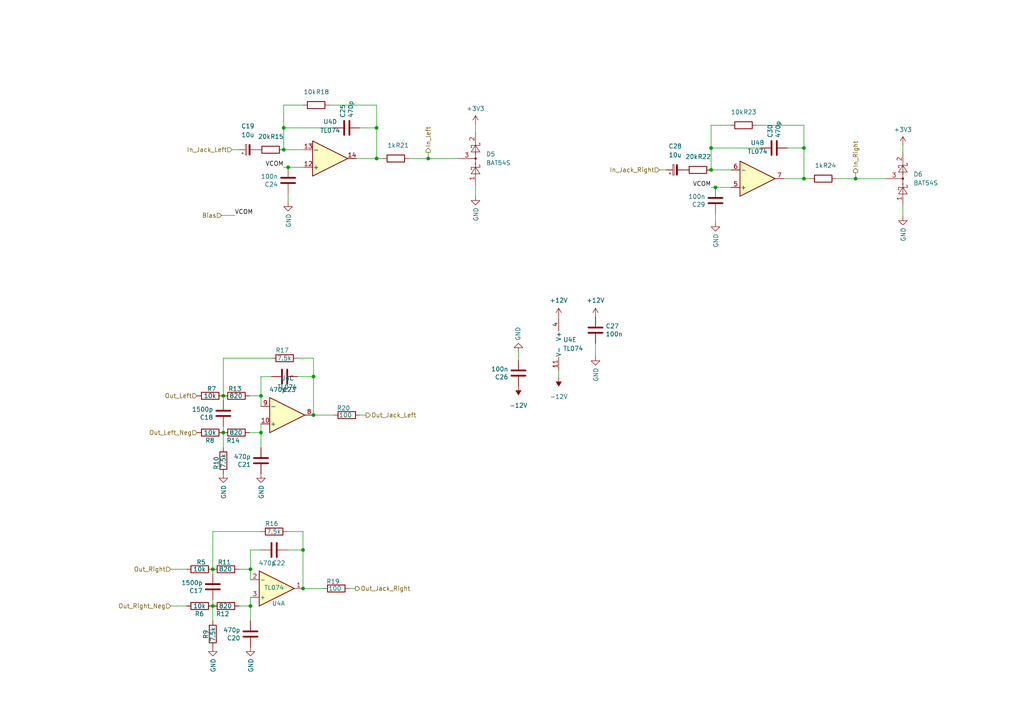
<source format=kicad_sch>
(kicad_sch (version 20211123) (generator eeschema)
  (paper "A4")
  (lib_symbols
    (symbol "Amplifier_Operational:TL074" (pin_names (offset 0.127))
      (property "Reference" "U" (at 0 5.08 0))
      (property "Value" "TL074" (at 0 -5.08 0))
      (symbol "TL074_1_1"
        (polyline (pts (xy -5.08 5.08) (xy 5.08 0) (xy -5.08 -5.08) (xy -5.08 5.08)) (stroke (width 0.254)) (fill (type background)))
        (pin output line (at 7.62 0 180) (length 2.54) (name "~") (number "1"))
        (pin input line (at -7.62 -2.54 0) (length 2.54) (name "-") (number "2"))
        (pin input line (at -7.62 2.54 0) (length 2.54) (name "+") (number "3"))
      )
      (symbol "TL074_2_1"
        (polyline (pts (xy -5.08 5.08) (xy 5.08 0) (xy -5.08 -5.08) (xy -5.08 5.08)) (stroke (width 0.254)) (fill (type background)))
        (pin input line (at -7.62 2.54 0) (length 2.54) (name "+") (number "5"))
        (pin input line (at -7.62 -2.54 0) (length 2.54) (name "-") (number "6"))
        (pin output line (at 7.62 0 180) (length 2.54) (name "~") (number "7"))
      )
      (symbol "TL074_3_1"
        (polyline (pts (xy -5.08 5.08) (xy 5.08 0) (xy -5.08 -5.08) (xy -5.08 5.08)) (stroke (width 0.254)) (fill (type background)))
        (pin input line (at -7.62 2.54 0) (length 2.54) (name "+") (number "10"))
        (pin output line (at 7.62 0 180) (length 2.54) (name "~") (number "8"))
        (pin input line (at -7.62 -2.54 0) (length 2.54) (name "-") (number "9"))
      )
      (symbol "TL074_4_1"
        (polyline (pts (xy -5.08 5.08) (xy 5.08 0) (xy -5.08 -5.08) (xy -5.08 5.08)) (stroke (width 0.254)) (fill (type background)))
        (pin input line (at -7.62 2.54 0) (length 2.54) (name "+") (number "12"))
        (pin input line (at -7.62 -2.54 0) (length 2.54) (name "-") (number "13"))
        (pin output line (at 7.62 0 180) (length 2.54) (name "~") (number "14"))
      )
      (symbol "TL074_5_1"
        (pin power_in line (at -2.54 -7.62 90) (length 3.81) (name "V-") (number "11"))
        (pin power_in line (at -2.54 7.62 270) (length 3.81) (name "V+") (number "4"))
      )
    )
    (symbol "Device:C" (pin_numbers hide) (pin_names (offset 0.254))
      (property "Reference" "C" (at 0.635 2.54 0))
      (property "Value" "C" (at 0.635 -2.54 0))
      (symbol "C_0_1"
        (polyline (pts (xy -2.032 -0.762) (xy 2.032 -0.762)) (stroke (width 0.508)))
        (polyline (pts (xy -2.032 0.762) (xy 2.032 0.762)) (stroke (width 0.508)))
      )
      (symbol "C_1_1"
        (pin passive line (at 0 3.81 270) (length 2.794) (name "~") (number "1"))
        (pin passive line (at 0 -3.81 90) (length 2.794) (name "~") (number "2"))
      )
    )
    (symbol "Device:C_Polarized_Small" (pin_numbers hide) (pin_names (offset 0.254) hide)
      (property "Reference" "C" (at 0.254 1.778 0))
      (property "Value" "C_Polarized_Small" (at 0.254 -2.032 0))
      (symbol "C_Polarized_Small_0_1"
        (rectangle (start -1.524 -0.3048) (end 1.524 -0.6858) (fill (type outline)))
        (rectangle (start -1.524 0.6858) (end 1.524 0.3048))
        (polyline (pts (xy -1.27 1.524) (xy -0.762 1.524)))
        (polyline (pts (xy -1.016 1.27) (xy -1.016 1.778)))
      )
      (symbol "C_Polarized_Small_1_1"
        (pin passive line (at 0 2.54 270) (length 1.8542) (name "~") (number "1"))
        (pin passive line (at 0 -2.54 90) (length 1.8542) (name "~") (number "2"))
      )
    )
    (symbol "Device:R" (pin_numbers hide) (pin_names (offset 0))
      (property "Reference" "R" (at 2.032 0 90))
      (property "Value" "R" (at 0 0 90))
      (symbol "R_0_1"
        (rectangle (start -1.016 -2.54) (end 1.016 2.54) (stroke (width 0.254)))
      )
      (symbol "R_1_1"
        (pin passive line (at 0 3.81 270) (length 1.27) (name "~") (number "1"))
        (pin passive line (at 0 -3.81 90) (length 1.27) (name "~") (number "2"))
      )
    )
    (symbol "Diode:BAT54S" (pin_names (offset 1.016))
      (property "Reference" "D" (at 0.635 -3.81 0))
      (property "Value" "BAT54S" (at -6.35 3.175 0))
      (symbol "BAT54S_0_1"
        (polyline (pts (xy -3.81 0) (xy -1.27 0)))
        (polyline (pts (xy -3.175 -1.27) (xy -3.175 -1.016)))
        (polyline (pts (xy -2.54 -1.27) (xy -3.175 -1.27)))
        (polyline (pts (xy -2.54 -1.27) (xy -2.54 1.27)))
        (polyline (pts (xy -2.54 1.27) (xy -1.905 1.27)))
        (polyline (pts (xy -1.905 0) (xy 1.905 0)))
        (polyline (pts (xy -1.905 1.27) (xy -1.905 1.016)))
        (polyline (pts (xy 1.27 0) (xy 3.81 0)))
        (polyline (pts (xy 3.175 -1.27) (xy 3.175 -1.016)))
        (polyline (pts (xy 3.81 -1.27) (xy 3.175 -1.27)))
        (polyline (pts (xy 3.81 -1.27) (xy 3.81 1.27)))
        (polyline (pts (xy 3.81 1.27) (xy 4.445 1.27)))
        (polyline (pts (xy 4.445 1.27) (xy 4.445 1.016)))
        (polyline (pts (xy -4.445 1.27) (xy -4.445 -1.27) (xy -2.54 0) (xy -4.445 1.27)))
        (polyline (pts (xy 1.905 1.27) (xy 1.905 -1.27) (xy 3.81 0) (xy 1.905 1.27)))
        (circle (center 0 0) (radius 0.254) (fill (type outline)))
      )
      (symbol "BAT54S_1_1"
        (pin passive line (at -7.62 0 0) (length 3.81) (name "~") (number "1"))
        (pin passive line (at 7.62 0 180) (length 3.81) (name "~") (number "2"))
        (pin passive line (at 0 -5.08 90) (length 5.08) (name "~") (number "3"))
      )
    )
    (symbol "power:+12V" (power) (pin_names (offset 0))
      (property "Value" "+12V" (at 0 3.556 0))
      (symbol "+12V_0_1"
        (polyline (pts (xy -0.762 1.27) (xy 0 2.54)))
        (polyline (pts (xy 0 0) (xy 0 2.54)))
        (polyline (pts (xy 0 2.54) (xy 0.762 1.27)))
      )
      (symbol "+12V_1_1"
        (pin power_in line (at 0 0 90) (length 0) hide (name "+12V") (number "1"))
      )
    )
    (symbol "power:+3.3V" (power) (pin_names (offset 0))
      (property "Value" "+3.3V" (at 0 3.556 0))
      (symbol "+3.3V_0_1"
        (polyline (pts (xy -0.762 1.27) (xy 0 2.54)))
        (polyline (pts (xy 0 0) (xy 0 2.54)))
        (polyline (pts (xy 0 2.54) (xy 0.762 1.27)))
      )
      (symbol "+3.3V_1_1"
        (pin power_in line (at 0 0 90) (length 0) hide (name "+3V3") (number "1"))
      )
    )
    (symbol "power:-12V" (power) (pin_names (offset 0))
      (property "Value" "-12V" (at 0 3.81 0))
      (symbol "-12V_0_0"
        (pin power_in line (at 0 0 90) (length 0) hide (name "-12V") (number "1"))
      )
      (symbol "-12V_0_1"
        (polyline (pts (xy 0 0) (xy 0 1.27) (xy 0.762 1.27) (xy 0 2.54) (xy -0.762 1.27) (xy 0 1.27)) (fill (type outline)))
      )
    )
    (symbol "power:GND" (power) (pin_names (offset 0))
      (property "Value" "GND" (at 0 -3.81 0))
      (symbol "GND_0_1"
        (polyline (pts (xy 0 0) (xy 0 -1.27) (xy 1.27 -1.27) (xy 0 -2.54) (xy -1.27 -1.27) (xy 0 -1.27)))
      )
      (symbol "GND_1_1"
        (pin power_in line (at 0 0 270) (length 0) hide (name "GND") (number "1"))
      )
    )
  )
  (junction (at 233.172 42.926))
  (junction (at 75.692 114.808))
  (junction (at 82.296 37.084))
  (junction (at 207.518 54.356))
  (junction (at 82.296 43.434))
  (junction (at 83.566 48.514))
  (junction (at 90.932 109.22))
  (junction (at 64.77 125.476))
  (junction (at 248.158 51.816))
  (junction (at 109.22 37.084))
  (junction (at 72.644 165.1))
  (junction (at 87.884 170.688))
  (junction (at 124.206 45.974))
  (junction (at 233.172 51.816))
  (junction (at 61.722 165.1))
  (junction (at 64.77 114.808))
  (junction (at 90.932 120.396))
  (junction (at 61.722 175.768))
  (junction (at 109.22 45.974))
  (junction (at 206.248 42.926))
  (junction (at 72.644 175.768))
  (junction (at 206.248 49.276))
  (junction (at 87.884 159.512))
  (junction (at 75.692 125.476))
  (wire (pts (xy 104.394 120.396) (xy 106.172 120.396)))
  (wire (pts (xy 75.692 109.22) (xy 75.692 114.808)))
  (wire (pts (xy 109.22 37.084) (xy 109.22 45.974)))
  (wire (pts (xy 206.248 36.322) (xy 211.836 36.322)))
  (wire (pts (xy 75.692 125.476) (xy 75.692 129.794)))
  (wire (pts (xy 206.248 54.356) (xy 207.518 54.356)))
  (wire (pts (xy 162.052 107.442) (xy 162.052 109.474)))
  (wire (pts (xy 206.248 42.926) (xy 220.726 42.926)))
  (wire (pts (xy 83.312 159.512) (xy 87.884 159.512)))
  (wire (pts (xy 82.296 48.514) (xy 83.566 48.514)))
  (wire (pts (xy 124.206 44.196) (xy 124.206 45.974)))
  (wire (pts (xy 78.74 109.22) (xy 75.692 109.22)))
  (wire (pts (xy 87.884 154.178) (xy 87.884 159.512)))
  (wire (pts (xy 83.566 48.514) (xy 88.138 48.514)))
  (wire (pts (xy 69.342 175.768) (xy 72.644 175.768)))
  (wire (pts (xy 162.052 91.948) (xy 162.052 92.202)))
  (wire (pts (xy 248.158 50.038) (xy 248.158 51.816)))
  (wire (pts (xy 61.722 173.99) (xy 61.722 175.768)))
  (wire (pts (xy 90.932 103.886) (xy 90.932 109.22)))
  (wire (pts (xy 83.312 154.178) (xy 87.884 154.178)))
  (wire (pts (xy 118.618 45.974) (xy 124.206 45.974)))
  (wire (pts (xy 78.74 103.886) (xy 64.77 103.886)))
  (wire (pts (xy 75.692 114.808) (xy 75.692 117.856)))
  (wire (pts (xy 72.644 175.768) (xy 72.644 180.086)))
  (wire (pts (xy 87.884 159.512) (xy 87.884 170.688)))
  (wire (pts (xy 242.57 51.816) (xy 248.158 51.816)))
  (wire (pts (xy 228.346 42.926) (xy 233.172 42.926)))
  (wire (pts (xy 248.158 51.816) (xy 256.794 51.816)))
  (wire (pts (xy 207.518 64.516) (xy 207.518 61.976)))
  (wire (pts (xy 64.77 103.886) (xy 64.77 114.808)))
  (wire (pts (xy 72.39 114.808) (xy 75.692 114.808)))
  (wire (pts (xy 86.36 103.886) (xy 90.932 103.886)))
  (wire (pts (xy 49.53 175.768) (xy 54.102 175.768)))
  (wire (pts (xy 67.31 43.434) (xy 69.342 43.434)))
  (wire (pts (xy 64.262 62.484) (xy 68.072 62.484)))
  (wire (pts (xy 86.36 109.22) (xy 90.932 109.22)))
  (wire (pts (xy 207.518 54.356) (xy 212.09 54.356)))
  (wire (pts (xy 150.368 104.394) (xy 150.368 102.108)))
  (wire (pts (xy 137.922 36.068) (xy 137.922 38.354)))
  (wire (pts (xy 72.39 125.476) (xy 75.692 125.476)))
  (wire (pts (xy 72.644 159.512) (xy 72.644 165.1)))
  (wire (pts (xy 124.206 45.974) (xy 132.842 45.974)))
  (wire (pts (xy 137.922 56.896) (xy 137.922 53.594)))
  (wire (pts (xy 95.504 30.48) (xy 109.22 30.48)))
  (wire (pts (xy 109.22 30.48) (xy 109.22 37.084)))
  (wire (pts (xy 206.248 42.926) (xy 206.248 36.322)))
  (wire (pts (xy 233.172 42.926) (xy 233.172 51.816)))
  (wire (pts (xy 104.394 37.084) (xy 109.22 37.084)))
  (wire (pts (xy 90.932 120.396) (xy 96.774 120.396)))
  (wire (pts (xy 61.722 175.768) (xy 61.722 180.086)))
  (wire (pts (xy 83.566 58.674) (xy 83.566 56.134)))
  (wire (pts (xy 233.172 51.816) (xy 234.95 51.816)))
  (wire (pts (xy 74.676 43.434) (xy 74.422 43.434)))
  (wire (pts (xy 82.296 37.084) (xy 96.774 37.084)))
  (wire (pts (xy 64.77 123.698) (xy 64.77 125.476)))
  (wire (pts (xy 261.874 42.164) (xy 261.874 44.196)))
  (wire (pts (xy 72.644 173.228) (xy 72.644 175.768)))
  (wire (pts (xy 61.722 166.37) (xy 61.722 165.1)))
  (wire (pts (xy 206.248 49.276) (xy 206.248 42.926)))
  (wire (pts (xy 61.722 154.178) (xy 61.722 165.1)))
  (wire (pts (xy 261.874 62.738) (xy 261.874 59.436)))
  (wire (pts (xy 82.296 43.434) (xy 88.138 43.434)))
  (wire (pts (xy 75.692 122.936) (xy 75.692 125.476)))
  (wire (pts (xy 109.22 45.974) (xy 110.998 45.974)))
  (wire (pts (xy 75.692 154.178) (xy 61.722 154.178)))
  (wire (pts (xy 82.296 30.48) (xy 87.884 30.48)))
  (wire (pts (xy 101.346 170.688) (xy 103.124 170.688)))
  (wire (pts (xy 87.884 170.688) (xy 93.726 170.688)))
  (wire (pts (xy 90.932 109.22) (xy 90.932 120.396)))
  (wire (pts (xy 64.77 116.078) (xy 64.77 114.808)))
  (wire (pts (xy 206.248 49.276) (xy 212.09 49.276)))
  (wire (pts (xy 49.53 165.1) (xy 54.102 165.1)))
  (wire (pts (xy 103.378 45.974) (xy 109.22 45.974)))
  (wire (pts (xy 198.628 49.276) (xy 198.374 49.276)))
  (wire (pts (xy 69.342 165.1) (xy 72.644 165.1)))
  (wire (pts (xy 82.296 37.084) (xy 82.296 30.48)))
  (wire (pts (xy 227.33 51.816) (xy 233.172 51.816)))
  (wire (pts (xy 72.644 165.1) (xy 72.644 168.148)))
  (wire (pts (xy 172.72 99.568) (xy 172.72 103.378)))
  (wire (pts (xy 219.456 36.322) (xy 233.172 36.322)))
  (wire (pts (xy 82.296 43.434) (xy 82.296 37.084)))
  (wire (pts (xy 64.77 125.476) (xy 64.77 129.794)))
  (wire (pts (xy 75.692 159.512) (xy 72.644 159.512)))
  (wire (pts (xy 191.262 49.276) (xy 193.294 49.276)))
  (wire (pts (xy 233.172 36.322) (xy 233.172 42.926)))
  (label "VCOM" (at 68.072 62.484 0))
  (label "VCOM" (at 206.248 54.356 180))
  (label "VCOM" (at 82.296 48.514 180))
  (hierarchical_label "Out_Right_Neg" (shape input) (at 49.53 175.768 180))
  (hierarchical_label "In_Jack_Left" (shape input) (at 67.31 43.434 180))
  (hierarchical_label "Out_Jack_Left" (shape output) (at 106.172 120.396 0))
  (hierarchical_label "In_left" (shape output) (at 124.206 44.196 90))
  (hierarchical_label "In_Right" (shape output) (at 248.158 50.038 90))
  (hierarchical_label "Bias" (shape input) (at 64.262 62.484 180))
  (hierarchical_label "Out_Left" (shape input) (at 57.15 114.808 180))
  (hierarchical_label "Out_Right" (shape input) (at 49.53 165.1 180))
  (hierarchical_label "Out_Left_Neg" (shape input) (at 57.15 125.476 180))
  (hierarchical_label "Out_Jack_Right" (shape output) (at 103.124 170.688 0))
  (hierarchical_label "In_Jack_Right" (shape input) (at 191.262 49.276 180))
  (symbol (lib_id "power:GND") (at 207.518 64.516 0) (unit 1)
    (property "Reference" "#PWR0186" (effects hide))
    (property "Value" "GND" (at 207.645 67.7672 90) (effects (justify right)))
  )
  (symbol (lib_id "Device:R") (at 215.646 36.322 90) (unit 1)
    (property "Reference" "R23" (at 219.456 32.512 90) (effects (justify left)))
    (property "Value" "10k" (at 215.646 32.512 90) (effects (justify left)))
    (property "Footprint" "Resistor_SMD:R_0402_1005Metric" (effects hide))
    (property "Field4" "Farnell" (effects hide))
    (property "Field5" "9239375" (effects hide))
    (property "Field6" "MCR01MZPF1502" (effects hide))
    (property "Field7" "Rohm" (effects hide))
    (property "Part Description" "Resistor 15K M1005 1% 63mW" (effects hide))
    (property "Field8" "120891581" (effects hide))
  )
  (symbol (lib_id "Amplifier_Operational:TL074") (at 83.312 120.396 0) (mirror x) (unit 3)
    (property "Reference" "U4" (at 83.312 109.728 0))
    (property "Value" "TL074" (at 83.312 112.268 0))
    (property "Footprint" "Package_SO:TSSOP-14_4.4x5mm_P0.65mm" (effects hide))
    (property "Datasheet" "http://www.ti.com/lit/ds/symlink/tl071.pdf" (effects hide))
  )
  (symbol (lib_id "Device:R") (at 64.77 133.604 180) (unit 1)
    (property "Reference" "R10" (at 62.738 132.334 90) (effects (justify left)))
    (property "Value" "7.5k" (at 64.77 131.572 90) (effects (justify left)))
    (property "Footprint" "Resistor_SMD:R_0402_1005Metric" (effects hide))
    (property "Field4" "Farnell" (effects hide))
    (property "Field5" "9239375" (effects hide))
    (property "Field6" "MCR01MZPF1502" (effects hide))
    (property "Field7" "Rohm" (effects hide))
    (property "Part Description" "Resistor 15K M1005 1% 63mW" (effects hide))
    (property "Field8" "120891581" (effects hide))
  )
  (symbol (lib_id "Diode:BAT54S") (at 261.874 51.816 270) (mirror x) (unit 1)
    (property "Reference" "D6" (at 264.922 50.5459 90) (effects (justify left)))
    (property "Value" "BAT54S" (at 264.922 53.0859 90) (effects (justify left)))
    (property "Footprint" "Package_TO_SOT_SMD:SOT-23" (effects hide))
    (property "Datasheet" "https://www.diodes.com/assets/Datasheets/ds11005.pdf" (effects hide))
  )
  (symbol (lib_id "Device:R") (at 65.532 165.1 90) (unit 1)
    (property "Reference" "R11" (at 67.056 163.068 90) (effects (justify left)))
    (property "Value" "820" (at 67.31 165.1 90) (effects (justify left)))
    (property "Footprint" "Resistor_SMD:R_0402_1005Metric" (effects hide))
    (property "Field4" "Farnell" (effects hide))
    (property "Field5" "9239375" (effects hide))
    (property "Field6" "MCR01MZPF1502" (effects hide))
    (property "Field7" "Rohm" (effects hide))
    (property "Part Description" "Resistor 15K M1005 1% 63mW" (effects hide))
    (property "Field8" "120891581" (effects hide))
  )
  (symbol (lib_id "Device:R") (at 97.536 170.688 90) (unit 1)
    (property "Reference" "R19" (at 98.552 168.656 90) (effects (justify left)))
    (property "Value" "100" (at 99.06 170.688 90) (effects (justify left)))
    (property "Footprint" "Resistor_SMD:R_0402_1005Metric" (effects hide))
    (property "Field4" "Farnell" (effects hide))
    (property "Field5" "9239375" (effects hide))
    (property "Field6" "MCR01MZPF1502" (effects hide))
    (property "Field7" "Rohm" (effects hide))
    (property "Part Description" "Resistor 15K M1005 1% 63mW" (effects hide))
    (property "Field8" "120891581" (effects hide))
  )
  (symbol (lib_id "Device:C") (at 207.518 58.166 180) (unit 1)
    (property "Reference" "C29" (at 204.597 59.3344 0) (effects (justify left)))
    (property "Value" "100n" (at 204.597 57.023 0) (effects (justify left)))
    (property "Footprint" "Capacitor_SMD:C_0402_1005Metric" (effects hide))
    (property "Field4" "Farnell" (effects hide))
    (property "Field5" "2611911" (effects hide))
    (property "Field6" "RM EMK105 B7104KV-F" (effects hide))
    (property "Field7" "TAIYO YUDEN EUROPE GMBH" (effects hide))
    (property "Part Description" "	0.1uF 10% 16V Ceramic Capacitor X7R 0402 (1005 Metric)" (effects hide))
    (property "Field8" "110091611" (effects hide))
  )
  (symbol (lib_id "power:GND") (at 137.922 56.896 0) (unit 1)
    (property "Reference" "#PWR0194" (effects hide))
    (property "Value" "GND" (at 138.049 60.1472 90) (effects (justify right)))
  )
  (symbol (lib_id "Device:R") (at 57.912 175.768 90) (unit 1)
    (property "Reference" "R6" (at 59.182 178.054 90) (effects (justify left)))
    (property "Value" "10k" (at 59.69 175.768 90) (effects (justify left)))
    (property "Footprint" "Resistor_SMD:R_0402_1005Metric" (effects hide))
    (property "Field4" "Farnell" (effects hide))
    (property "Field5" "9239375" (effects hide))
    (property "Field6" "MCR01MZPF1502" (effects hide))
    (property "Field7" "Rohm" (effects hide))
    (property "Part Description" "Resistor 15K M1005 1% 63mW" (effects hide))
    (property "Field8" "120891581" (effects hide))
  )
  (symbol (lib_id "Device:C_Polarized_Small") (at 195.834 49.276 90) (unit 1)
    (property "Reference" "C28" (at 195.834 42.418 90))
    (property "Value" "10u" (at 195.834 44.958 90))
    (property "Footprint" "Capacitor_SMD:CP_Elec_5x5.9" (effects hide))
  )
  (symbol (lib_id "Device:C") (at 172.72 95.758 0) (unit 1)
    (property "Reference" "C27" (at 175.641 94.5896 0) (effects (justify left)))
    (property "Value" "100n" (at 175.641 96.901 0) (effects (justify left)))
    (property "Footprint" "Capacitor_SMD:C_0402_1005Metric" (effects hide))
    (property "Field4" "Farnell" (effects hide))
    (property "Field5" "2611911" (effects hide))
    (property "Field6" "RM EMK105 B7104KV-F" (effects hide))
    (property "Field7" "TAIYO YUDEN EUROPE GMBH" (effects hide))
    (property "Part Description" "	0.1uF 10% 16V Ceramic Capacitor X7R 0402 (1005 Metric)" (effects hide))
    (property "Field8" "110091611" (effects hide))
  )
  (symbol (lib_id "Device:R") (at 78.486 43.434 90) (unit 1)
    (property "Reference" "R15" (at 82.296 39.624 90) (effects (justify left)))
    (property "Value" "20k" (at 78.486 39.624 90) (effects (justify left)))
    (property "Footprint" "Resistor_SMD:R_0402_1005Metric" (effects hide))
    (property "Field4" "Farnell" (effects hide))
    (property "Field5" "9239375" (effects hide))
    (property "Field6" "MCR01MZPF1502" (effects hide))
    (property "Field7" "Rohm" (effects hide))
    (property "Part Description" "Resistor 15K M1005 1% 63mW" (effects hide))
    (property "Field8" "120891581" (effects hide))
  )
  (symbol (lib_id "power:+3.3V") (at 137.922 36.068 0) (unit 1)
    (property "Reference" "#PWR0193" (effects hide))
    (property "Value" "+3.3V" (at 137.922 31.496 0))
  )
  (symbol (lib_id "Device:C") (at 75.692 133.604 180) (unit 1)
    (property "Reference" "C21" (at 72.771 134.7724 0) (effects (justify left)))
    (property "Value" "470p" (at 72.771 132.461 0) (effects (justify left)))
    (property "Footprint" "Capacitor_SMD:C_0402_1005Metric" (effects hide))
    (property "Field4" "Farnell" (effects hide))
    (property "Field5" "2611911" (effects hide))
    (property "Field6" "RM EMK105 B7104KV-F" (effects hide))
    (property "Field7" "TAIYO YUDEN EUROPE GMBH" (effects hide))
    (property "Part Description" "	0.1uF 10% 16V Ceramic Capacitor X7R 0402 (1005 Metric)" (effects hide))
    (property "Field8" "110091611" (effects hide))
  )
  (symbol (lib_id "Device:C") (at 83.566 52.324 180) (unit 1)
    (property "Reference" "C24" (at 80.645 53.4924 0) (effects (justify left)))
    (property "Value" "100n" (at 80.645 51.181 0) (effects (justify left)))
    (property "Footprint" "Capacitor_SMD:C_0402_1005Metric" (effects hide))
    (property "Field4" "Farnell" (effects hide))
    (property "Field5" "2611911" (effects hide))
    (property "Field6" "RM EMK105 B7104KV-F" (effects hide))
    (property "Field7" "TAIYO YUDEN EUROPE GMBH" (effects hide))
    (property "Part Description" "	0.1uF 10% 16V Ceramic Capacitor X7R 0402 (1005 Metric)" (effects hide))
    (property "Field8" "110091611" (effects hide))
  )
  (symbol (lib_id "Amplifier_Operational:TL074") (at 219.71 51.816 0) (mirror x) (unit 2)
    (property "Reference" "U4" (at 219.71 41.402 0))
    (property "Value" "TL074" (at 219.71 43.942 0))
    (property "Footprint" "Package_SO:TSSOP-14_4.4x5mm_P0.65mm" (effects hide))
    (property "Datasheet" "http://www.ti.com/lit/ds/symlink/tl071.pdf" (effects hide))
  )
  (symbol (lib_id "Device:R") (at 91.694 30.48 90) (unit 1)
    (property "Reference" "R18" (at 95.504 26.67 90) (effects (justify left)))
    (property "Value" "10k" (at 91.694 26.67 90) (effects (justify left)))
    (property "Footprint" "Resistor_SMD:R_0402_1005Metric" (effects hide))
    (property "Field4" "Farnell" (effects hide))
    (property "Field5" "9239375" (effects hide))
    (property "Field6" "MCR01MZPF1502" (effects hide))
    (property "Field7" "Rohm" (effects hide))
    (property "Part Description" "Resistor 15K M1005 1% 63mW" (effects hide))
    (property "Field8" "120891581" (effects hide))
  )
  (symbol (lib_id "power:GND") (at 61.722 187.706 0) (unit 1)
    (property "Reference" "#PWR0190" (effects hide))
    (property "Value" "GND" (at 61.849 190.9572 90) (effects (justify right)))
  )
  (symbol (lib_id "power:+12V") (at 172.72 91.948 0) (unit 1)
    (property "Reference" "#PWR0185" (effects hide))
    (property "Value" "+12V" (at 172.72 87.122 0))
  )
  (symbol (lib_id "Amplifier_Operational:TL074") (at 80.264 170.688 0) (mirror x) (unit 1)
    (property "Reference" "U4" (at 80.772 175.006 0))
    (property "Value" "TL074" (at 79.502 170.434 0))
    (property "Footprint" "Package_SO:TSSOP-14_4.4x5mm_P0.65mm" (effects hide))
    (property "Datasheet" "http://www.ti.com/lit/ds/symlink/tl071.pdf" (effects hide))
  )
  (symbol (lib_id "Device:R") (at 68.58 125.476 90) (unit 1)
    (property "Reference" "R14" (at 69.596 127.762 90) (effects (justify left)))
    (property "Value" "820" (at 70.358 125.476 90) (effects (justify left)))
    (property "Footprint" "Resistor_SMD:R_0402_1005Metric" (effects hide))
    (property "Field4" "Farnell" (effects hide))
    (property "Field5" "9239375" (effects hide))
    (property "Field6" "MCR01MZPF1502" (effects hide))
    (property "Field7" "Rohm" (effects hide))
    (property "Part Description" "Resistor 15K M1005 1% 63mW" (effects hide))
    (property "Field8" "120891581" (effects hide))
  )
  (symbol (lib_id "Device:R") (at 65.532 175.768 90) (unit 1)
    (property "Reference" "R12" (at 66.548 178.054 90) (effects (justify left)))
    (property "Value" "820" (at 67.31 175.768 90) (effects (justify left)))
    (property "Footprint" "Resistor_SMD:R_0402_1005Metric" (effects hide))
    (property "Field4" "Farnell" (effects hide))
    (property "Field5" "9239375" (effects hide))
    (property "Field6" "MCR01MZPF1502" (effects hide))
    (property "Field7" "Rohm" (effects hide))
    (property "Part Description" "Resistor 15K M1005 1% 63mW" (effects hide))
    (property "Field8" "120891581" (effects hide))
  )
  (symbol (lib_id "power:GND") (at 72.644 187.706 0) (unit 1)
    (property "Reference" "#PWR0189" (effects hide))
    (property "Value" "GND" (at 72.771 190.9572 90) (effects (justify right)))
  )
  (symbol (lib_id "Device:R") (at 100.584 120.396 90) (unit 1)
    (property "Reference" "R20" (at 101.6 118.364 90) (effects (justify left)))
    (property "Value" "100" (at 102.108 120.396 90) (effects (justify left)))
    (property "Footprint" "Resistor_SMD:R_0402_1005Metric" (effects hide))
    (property "Field4" "Farnell" (effects hide))
    (property "Field5" "9239375" (effects hide))
    (property "Field6" "MCR01MZPF1502" (effects hide))
    (property "Field7" "Rohm" (effects hide))
    (property "Part Description" "Resistor 15K M1005 1% 63mW" (effects hide))
    (property "Field8" "120891581" (effects hide))
  )
  (symbol (lib_id "power:+3.3V") (at 261.874 42.164 0) (unit 1)
    (property "Reference" "#PWR0187" (effects hide))
    (property "Value" "+3.3V" (at 261.874 37.592 0))
  )
  (symbol (lib_id "Amplifier_Operational:TL074") (at 164.592 99.822 0) (unit 5)
    (property "Reference" "U4" (at 163.322 98.5519 0) (effects (justify left)))
    (property "Value" "TL074" (at 163.322 101.0919 0) (effects (justify left)))
    (property "Footprint" "Package_SO:TSSOP-14_4.4x5mm_P0.65mm" (effects hide))
    (property "Datasheet" "http://www.ti.com/lit/ds/symlink/tl071.pdf" (effects hide))
  )
  (symbol (lib_id "Device:R") (at 60.96 125.476 90) (unit 1)
    (property "Reference" "R8" (at 62.23 127.762 90) (effects (justify left)))
    (property "Value" "10k" (at 62.738 125.476 90) (effects (justify left)))
    (property "Footprint" "Resistor_SMD:R_0402_1005Metric" (effects hide))
    (property "Field4" "Farnell" (effects hide))
    (property "Field5" "9239375" (effects hide))
    (property "Field6" "MCR01MZPF1502" (effects hide))
    (property "Field7" "Rohm" (effects hide))
    (property "Part Description" "Resistor 15K M1005 1% 63mW" (effects hide))
    (property "Field8" "120891581" (effects hide))
  )
  (symbol (lib_id "Device:R") (at 82.55 103.886 90) (unit 1)
    (property "Reference" "R17" (at 83.82 101.6 90) (effects (justify left)))
    (property "Value" "7.5k" (at 84.582 103.886 90) (effects (justify left)))
    (property "Footprint" "Resistor_SMD:R_0402_1005Metric" (effects hide))
    (property "Field4" "Farnell" (effects hide))
    (property "Field5" "9239375" (effects hide))
    (property "Field6" "MCR01MZPF1502" (effects hide))
    (property "Field7" "Rohm" (effects hide))
    (property "Part Description" "Resistor 15K M1005 1% 63mW" (effects hide))
    (property "Field8" "120891581" (effects hide))
  )
  (symbol (lib_id "power:GND") (at 64.77 137.414 0) (unit 1)
    (property "Reference" "#PWR0191" (effects hide))
    (property "Value" "GND" (at 64.897 140.6652 90) (effects (justify right)))
  )
  (symbol (lib_id "power:GND") (at 172.72 103.378 0) (unit 1)
    (property "Reference" "#PWR0181" (effects hide))
    (property "Value" "GND" (at 172.847 106.6292 90) (effects (justify right)))
  )
  (symbol (lib_id "power:GND") (at 75.692 137.414 0) (unit 1)
    (property "Reference" "#PWR0192" (effects hide))
    (property "Value" "GND" (at 75.819 140.6652 90) (effects (justify right)))
  )
  (symbol (lib_id "Device:R") (at 114.808 45.974 90) (unit 1)
    (property "Reference" "R21" (at 118.618 42.164 90) (effects (justify left)))
    (property "Value" "1k" (at 114.808 42.164 90) (effects (justify left)))
    (property "Footprint" "Resistor_SMD:R_0402_1005Metric" (effects hide))
    (property "Field4" "Farnell" (effects hide))
    (property "Field5" "9239375" (effects hide))
    (property "Field6" "MCR01MZPF1502" (effects hide))
    (property "Field7" "Rohm" (effects hide))
    (property "Part Description" "Resistor 15K M1005 1% 63mW" (effects hide))
    (property "Field8" "120891581" (effects hide))
  )
  (symbol (lib_id "Diode:BAT54S") (at 137.922 45.974 270) (mirror x) (unit 1)
    (property "Reference" "D5" (at 140.97 44.7039 90) (effects (justify left)))
    (property "Value" "BAT54S" (at 140.97 47.2439 90) (effects (justify left)))
    (property "Footprint" "Package_TO_SOT_SMD:SOT-23" (effects hide))
    (property "Datasheet" "https://www.diodes.com/assets/Datasheets/ds11005.pdf" (effects hide))
  )
  (symbol (lib_id "Device:R") (at 57.912 165.1 90) (unit 1)
    (property "Reference" "R5" (at 59.69 163.068 90) (effects (justify left)))
    (property "Value" "10k" (at 59.69 165.1 90) (effects (justify left)))
    (property "Footprint" "Resistor_SMD:R_0402_1005Metric" (effects hide))
    (property "Field4" "Farnell" (effects hide))
    (property "Field5" "9239375" (effects hide))
    (property "Field6" "MCR01MZPF1502" (effects hide))
    (property "Field7" "Rohm" (effects hide))
    (property "Part Description" "Resistor 15K M1005 1% 63mW" (effects hide))
    (property "Field8" "120891581" (effects hide))
  )
  (symbol (lib_id "Device:C") (at 61.722 170.18 180) (unit 1)
    (property "Reference" "C17" (at 58.801 171.3484 0) (effects (justify left)))
    (property "Value" "1500p" (at 58.801 169.037 0) (effects (justify left)))
    (property "Footprint" "Capacitor_SMD:C_0402_1005Metric" (effects hide))
    (property "Field4" "Farnell" (effects hide))
    (property "Field5" "2611911" (effects hide))
    (property "Field6" "RM EMK105 B7104KV-F" (effects hide))
    (property "Field7" "TAIYO YUDEN EUROPE GMBH" (effects hide))
    (property "Part Description" "	0.1uF 10% 16V Ceramic Capacitor X7R 0402 (1005 Metric)" (effects hide))
    (property "Field8" "110091611" (effects hide))
  )
  (symbol (lib_id "power:GND") (at 261.874 62.738 0) (unit 1)
    (property "Reference" "#PWR0188" (effects hide))
    (property "Value" "GND" (at 262.001 65.9892 90) (effects (justify right)))
  )
  (symbol (lib_id "Device:R") (at 68.58 114.808 90) (unit 1)
    (property "Reference" "R13" (at 70.104 112.776 90) (effects (justify left)))
    (property "Value" "820" (at 70.358 114.808 90) (effects (justify left)))
    (property "Footprint" "Resistor_SMD:R_0402_1005Metric" (effects hide))
    (property "Field4" "Farnell" (effects hide))
    (property "Field5" "9239375" (effects hide))
    (property "Field6" "MCR01MZPF1502" (effects hide))
    (property "Field7" "Rohm" (effects hide))
    (property "Part Description" "Resistor 15K M1005 1% 63mW" (effects hide))
    (property "Field8" "120891581" (effects hide))
  )
  (symbol (lib_id "Device:C") (at 82.55 109.22 90) (unit 1)
    (property "Reference" "C23" (at 85.852 113.03 90) (effects (justify left)))
    (property "Value" "470p" (at 83.058 113.03 90) (effects (justify left)))
    (property "Footprint" "Capacitor_SMD:C_0402_1005Metric" (effects hide))
    (property "Field4" "Farnell" (effects hide))
    (property "Field5" "2611911" (effects hide))
    (property "Field6" "RM EMK105 B7104KV-F" (effects hide))
    (property "Field7" "TAIYO YUDEN EUROPE GMBH" (effects hide))
    (property "Part Description" "	0.1uF 10% 16V Ceramic Capacitor X7R 0402 (1005 Metric)" (effects hide))
    (property "Field8" "110091611" (effects hide))
  )
  (symbol (lib_id "Device:R") (at 79.502 154.178 90) (unit 1)
    (property "Reference" "R16" (at 80.772 151.892 90) (effects (justify left)))
    (property "Value" "7.5k" (at 81.534 154.178 90) (effects (justify left)))
    (property "Footprint" "Resistor_SMD:R_0402_1005Metric" (effects hide))
    (property "Field4" "Farnell" (effects hide))
    (property "Field5" "9239375" (effects hide))
    (property "Field6" "MCR01MZPF1502" (effects hide))
    (property "Field7" "Rohm" (effects hide))
    (property "Part Description" "Resistor 15K M1005 1% 63mW" (effects hide))
    (property "Field8" "120891581" (effects hide))
  )
  (symbol (lib_id "power:-12V") (at 162.052 109.474 180) (unit 1)
    (property "Reference" "#PWR0180" (effects hide))
    (property "Value" "-12V" (at 162.052 115.062 0))
  )
  (symbol (lib_id "Device:R") (at 61.722 183.896 180) (unit 1)
    (property "Reference" "R9" (at 59.69 182.626 90) (effects (justify left)))
    (property "Value" "7.5k" (at 61.722 181.864 90) (effects (justify left)))
    (property "Footprint" "Resistor_SMD:R_0402_1005Metric" (effects hide))
    (property "Field4" "Farnell" (effects hide))
    (property "Field5" "9239375" (effects hide))
    (property "Field6" "MCR01MZPF1502" (effects hide))
    (property "Field7" "Rohm" (effects hide))
    (property "Part Description" "Resistor 15K M1005 1% 63mW" (effects hide))
    (property "Field8" "120891581" (effects hide))
  )
  (symbol (lib_id "Device:C") (at 79.502 159.512 90) (unit 1)
    (property "Reference" "C22" (at 82.804 163.322 90) (effects (justify left)))
    (property "Value" "470p" (at 80.01 163.322 90) (effects (justify left)))
    (property "Footprint" "Capacitor_SMD:C_0402_1005Metric" (effects hide))
    (property "Field4" "Farnell" (effects hide))
    (property "Field5" "2611911" (effects hide))
    (property "Field6" "RM EMK105 B7104KV-F" (effects hide))
    (property "Field7" "TAIYO YUDEN EUROPE GMBH" (effects hide))
    (property "Part Description" "	0.1uF 10% 16V Ceramic Capacitor X7R 0402 (1005 Metric)" (effects hide))
    (property "Field8" "110091611" (effects hide))
  )
  (symbol (lib_id "power:GND") (at 83.566 58.674 0) (unit 1)
    (property "Reference" "#PWR0179" (effects hide))
    (property "Value" "GND" (at 83.693 61.9252 90) (effects (justify right)))
  )
  (symbol (lib_id "Device:C") (at 150.368 108.204 180) (unit 1)
    (property "Reference" "C26" (at 147.447 109.3724 0) (effects (justify left)))
    (property "Value" "100n" (at 147.447 107.061 0) (effects (justify left)))
    (property "Footprint" "Capacitor_SMD:C_0402_1005Metric" (effects hide))
    (property "Field4" "Farnell" (effects hide))
    (property "Field5" "2611911" (effects hide))
    (property "Field6" "RM EMK105 B7104KV-F" (effects hide))
    (property "Field7" "TAIYO YUDEN EUROPE GMBH" (effects hide))
    (property "Part Description" "	0.1uF 10% 16V Ceramic Capacitor X7R 0402 (1005 Metric)" (effects hide))
    (property "Field8" "110091611" (effects hide))
  )
  (symbol (lib_id "power:+12V") (at 162.052 91.948 0) (unit 1)
    (property "Reference" "#PWR0184" (effects hide))
    (property "Value" "+12V" (at 162.052 87.122 0))
  )
  (symbol (lib_id "power:GND") (at 150.368 102.108 180) (unit 1)
    (property "Reference" "#PWR0182" (effects hide))
    (property "Value" "GND" (at 150.241 98.8568 90) (effects (justify right)))
  )
  (symbol (lib_id "Device:C_Polarized_Small") (at 71.882 43.434 90) (unit 1)
    (property "Reference" "C19" (at 71.882 36.576 90))
    (property "Value" "10u" (at 71.882 39.116 90))
    (property "Footprint" "Capacitor_SMD:CP_Elec_5x5.9" (effects hide))
  )
  (symbol (lib_id "power:-12V") (at 150.368 112.014 180) (unit 1)
    (property "Reference" "#PWR0183" (effects hide))
    (property "Value" "-12V" (at 150.368 117.602 0))
  )
  (symbol (lib_id "Device:C") (at 72.644 183.896 180) (unit 1)
    (property "Reference" "C20" (at 69.723 185.0644 0) (effects (justify left)))
    (property "Value" "470p" (at 69.723 182.753 0) (effects (justify left)))
    (property "Footprint" "Capacitor_SMD:C_0402_1005Metric" (effects hide))
    (property "Field4" "Farnell" (effects hide))
    (property "Field5" "2611911" (effects hide))
    (property "Field6" "RM EMK105 B7104KV-F" (effects hide))
    (property "Field7" "TAIYO YUDEN EUROPE GMBH" (effects hide))
    (property "Part Description" "	0.1uF 10% 16V Ceramic Capacitor X7R 0402 (1005 Metric)" (effects hide))
    (property "Field8" "110091611" (effects hide))
  )
  (symbol (lib_id "Device:C") (at 224.536 42.926 90) (unit 1)
    (property "Reference" "C30" (at 223.3676 40.005 0) (effects (justify left)))
    (property "Value" "470p" (at 225.679 40.005 0) (effects (justify left)))
    (property "Footprint" "Capacitor_SMD:C_0402_1005Metric" (effects hide))
    (property "Field4" "Farnell" (effects hide))
    (property "Field5" "2611911" (effects hide))
    (property "Field6" "RM EMK105 B7104KV-F" (effects hide))
    (property "Field7" "TAIYO YUDEN EUROPE GMBH" (effects hide))
    (property "Part Description" "	0.1uF 10% 16V Ceramic Capacitor X7R 0402 (1005 Metric)" (effects hide))
    (property "Field8" "110091611" (effects hide))
  )
  (symbol (lib_id "Device:R") (at 60.96 114.808 90) (unit 1)
    (property "Reference" "R7" (at 62.738 112.776 90) (effects (justify left)))
    (property "Value" "10k" (at 62.738 114.808 90) (effects (justify left)))
    (property "Footprint" "Resistor_SMD:R_0402_1005Metric" (effects hide))
    (property "Field4" "Farnell" (effects hide))
    (property "Field5" "9239375" (effects hide))
    (property "Field6" "MCR01MZPF1502" (effects hide))
    (property "Field7" "Rohm" (effects hide))
    (property "Part Description" "Resistor 15K M1005 1% 63mW" (effects hide))
    (property "Field8" "120891581" (effects hide))
  )
  (symbol (lib_id "Device:C") (at 100.584 37.084 90) (unit 1)
    (property "Reference" "C25" (at 99.4156 34.163 0) (effects (justify left)))
    (property "Value" "470p" (at 101.727 34.163 0) (effects (justify left)))
    (property "Footprint" "Capacitor_SMD:C_0402_1005Metric" (effects hide))
    (property "Field4" "Farnell" (effects hide))
    (property "Field5" "2611911" (effects hide))
    (property "Field6" "RM EMK105 B7104KV-F" (effects hide))
    (property "Field7" "TAIYO YUDEN EUROPE GMBH" (effects hide))
    (property "Part Description" "	0.1uF 10% 16V Ceramic Capacitor X7R 0402 (1005 Metric)" (effects hide))
    (property "Field8" "110091611" (effects hide))
  )
  (symbol (lib_id "Device:R") (at 238.76 51.816 90) (unit 1)
    (property "Reference" "R24" (at 242.57 48.006 90) (effects (justify left)))
    (property "Value" "1k" (at 238.76 48.006 90) (effects (justify left)))
    (property "Footprint" "Resistor_SMD:R_0402_1005Metric" (effects hide))
    (property "Field4" "Farnell" (effects hide))
    (property "Field5" "9239375" (effects hide))
    (property "Field6" "MCR01MZPF1502" (effects hide))
    (property "Field7" "Rohm" (effects hide))
    (property "Part Description" "Resistor 15K M1005 1% 63mW" (effects hide))
    (property "Field8" "120891581" (effects hide))
  )
  (symbol (lib_id "Amplifier_Operational:TL074") (at 95.758 45.974 0) (mirror x) (unit 4)
    (property "Reference" "U4" (at 95.758 35.306 0))
    (property "Value" "TL074" (at 95.758 37.846 0))
    (property "Footprint" "Package_SO:TSSOP-14_4.4x5mm_P0.65mm" (effects hide))
    (property "Datasheet" "http://www.ti.com/lit/ds/symlink/tl071.pdf" (effects hide))
  )
  (symbol (lib_id "Device:R") (at 202.438 49.276 90) (unit 1)
    (property "Reference" "R22" (at 206.248 45.466 90) (effects (justify left)))
    (property "Value" "20k" (at 202.438 45.466 90) (effects (justify left)))
    (property "Footprint" "Resistor_SMD:R_0402_1005Metric" (effects hide))
    (property "Field4" "Farnell" (effects hide))
    (property "Field5" "9239375" (effects hide))
    (property "Field6" "MCR01MZPF1502" (effects hide))
    (property "Field7" "Rohm" (effects hide))
    (property "Part Description" "Resistor 15K M1005 1% 63mW" (effects hide))
    (property "Field8" "120891581" (effects hide))
  )
  (symbol (lib_id "Device:C") (at 64.77 119.888 180) (unit 1)
    (property "Reference" "C18" (at 61.849 121.0564 0) (effects (justify left)))
    (property "Value" "1500p" (at 61.849 118.745 0) (effects (justify left)))
    (property "Footprint" "Capacitor_SMD:C_0402_1005Metric" (effects hide))
    (property "Field4" "Farnell" (effects hide))
    (property "Field5" "2611911" (effects hide))
    (property "Field6" "RM EMK105 B7104KV-F" (effects hide))
    (property "Field7" "TAIYO YUDEN EUROPE GMBH" (effects hide))
    (property "Part Description" "	0.1uF 10% 16V Ceramic Capacitor X7R 0402 (1005 Metric)" (effects hide))
    (property "Field8" "110091611" (effects hide))
  )
)
</source>
